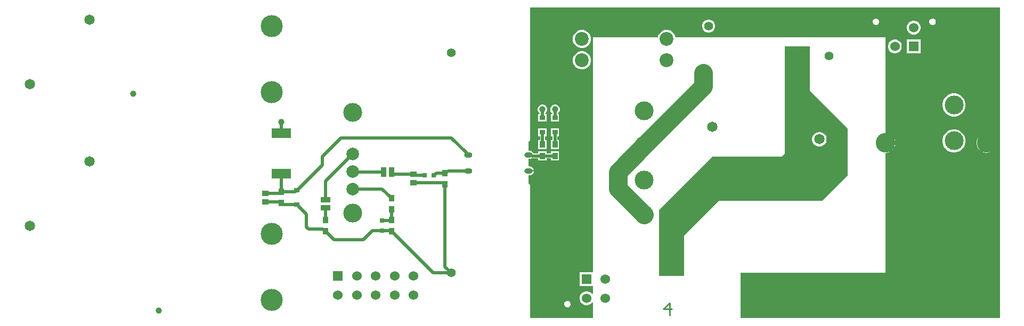
<source format=gbl>
G04*
G04 #@! TF.GenerationSoftware,Altium Limited,Altium Designer,24.3.1 (35)*
G04*
G04 Layer_Physical_Order=4*
G04 Layer_Color=16776960*
%FSLAX25Y25*%
%MOIN*%
G70*
G04*
G04 #@! TF.SameCoordinates,FD519535-7E5F-4FBF-A31B-089F6CA01B13*
G04*
G04*
G04 #@! TF.FilePolarity,Positive*
G04*
G01*
G75*
%ADD11C,0.00984*%
%ADD12C,0.01968*%
%ADD35C,0.12205*%
%ADD51R,0.12205X0.06299*%
%ADD52R,0.03543X0.03937*%
%ADD53R,0.03150X0.03150*%
%ADD63C,0.11811*%
%ADD64C,0.11811*%
%ADD65C,0.05512*%
%ADD66C,0.06496*%
%ADD67C,0.07874*%
%ADD68C,0.13780*%
%ADD69C,0.06000*%
%ADD70R,0.06000X0.06000*%
%ADD71C,0.08661*%
%ADD72C,0.36417*%
%ADD73C,0.03937*%
%ADD74O,0.05118X0.03543*%
%ADD75R,0.03543X0.03150*%
%ADD76R,0.02953X0.02756*%
%ADD77R,0.03937X0.03543*%
%ADD78R,0.03543X0.06496*%
%ADD79R,0.06496X0.03543*%
G36*
X627953Y261811D02*
X651575Y238189D01*
Y208661D01*
X635827Y192913D01*
X570866D01*
X549213Y171260D01*
Y145669D01*
X533464D01*
Y175197D01*
X533465Y187008D01*
X566929Y220472D01*
X610236D01*
X612205Y222441D01*
Y289370D01*
X627953D01*
Y261811D01*
D02*
G37*
G36*
X746827Y295276D02*
Y119314D01*
X584646D01*
Y147638D01*
X675197D01*
Y222933D01*
X675916D01*
X677095Y223168D01*
X678205Y223628D01*
X679205Y224295D01*
X680055Y225145D01*
X680723Y226145D01*
X681183Y227255D01*
X681417Y228434D01*
Y229637D01*
X681183Y230815D01*
X680723Y231926D01*
X680055Y232926D01*
X679205Y233775D01*
X678205Y234443D01*
X677095Y234903D01*
X675916Y235138D01*
X675197D01*
Y295276D01*
X543839D01*
X543573Y296268D01*
X542832Y297551D01*
X541784Y298600D01*
X540500Y299341D01*
X539068Y299724D01*
X537586D01*
X536154Y299341D01*
X534870Y298600D01*
X533822Y297551D01*
X533080Y296268D01*
X532815Y295276D01*
X492126D01*
Y148000D01*
X483890D01*
Y139402D01*
X492126D01*
Y134635D01*
X491749Y134534D01*
X491626Y134533D01*
X490829Y135330D01*
X489848Y135896D01*
X488755Y136189D01*
X487623D01*
X486530Y135896D01*
X485549Y135330D01*
X484749Y134529D01*
X484183Y133549D01*
X483890Y132456D01*
Y131324D01*
X484183Y130230D01*
X484749Y129250D01*
X485549Y128449D01*
X486530Y127884D01*
X487623Y127591D01*
X488755D01*
X489848Y127884D01*
X490829Y128449D01*
X491626Y129247D01*
X491749Y129246D01*
X492126Y129145D01*
Y119314D01*
X452756D01*
Y202756D01*
X452756D01*
X452073Y203439D01*
Y208740D01*
X452559D01*
X453283Y208835D01*
X453957Y209114D01*
X454536Y209559D01*
X454980Y210138D01*
X455259Y210812D01*
X455289Y211035D01*
X451772D01*
Y212035D01*
X455289D01*
X455259Y212259D01*
X454980Y212933D01*
X454536Y213512D01*
X453957Y213956D01*
X453283Y214236D01*
X452559Y214331D01*
X452073D01*
Y218954D01*
X452559D01*
X453227Y219042D01*
X453850Y219300D01*
X454005Y219420D01*
X454342Y219353D01*
X454342Y219353D01*
X458071D01*
Y218110D01*
X463189D01*
Y219353D01*
X465945D01*
Y218110D01*
X471063D01*
Y223622D01*
X465945D01*
Y222379D01*
X463189D01*
Y223622D01*
X458071D01*
Y222379D01*
X454979D01*
X454794Y222826D01*
X454384Y223361D01*
X453850Y223771D01*
X453227Y224029D01*
X452559Y224117D01*
X452073D01*
Y229632D01*
X452756Y230315D01*
Y313756D01*
X746827D01*
Y295276D01*
D02*
G37*
%LPC*%
G36*
X634457Y235846D02*
X633260D01*
X632103Y235537D01*
X631066Y234938D01*
X630220Y234091D01*
X629621Y233054D01*
X629311Y231898D01*
Y230701D01*
X629621Y229544D01*
X630220Y228507D01*
X631066Y227660D01*
X632103Y227062D01*
X633260Y226752D01*
X634457D01*
X635613Y227062D01*
X636650Y227660D01*
X637497Y228507D01*
X638096Y229544D01*
X638406Y230701D01*
Y231898D01*
X638096Y233054D01*
X637497Y234091D01*
X636650Y234938D01*
X635613Y235537D01*
X634457Y235846D01*
D02*
G37*
G36*
X705124Y306890D02*
X704325D01*
X703587Y306584D01*
X703022Y306019D01*
X702716Y305281D01*
Y304483D01*
X703022Y303745D01*
X703587Y303180D01*
X704325Y302874D01*
X705124D01*
X705862Y303180D01*
X706427Y303745D01*
X706732Y304483D01*
Y305281D01*
X706427Y306019D01*
X705862Y306584D01*
X705124Y306890D01*
D02*
G37*
G36*
X669691D02*
X668892D01*
X668154Y306584D01*
X667589Y306019D01*
X667283Y305281D01*
Y304483D01*
X667589Y303745D01*
X668154Y303180D01*
X668892Y302874D01*
X669691D01*
X670429Y303180D01*
X670994Y303745D01*
X671299Y304483D01*
Y305281D01*
X670994Y306019D01*
X670429Y306584D01*
X669691Y306890D01*
D02*
G37*
G36*
X565101Y306221D02*
X564033D01*
X563002Y305944D01*
X562077Y305410D01*
X561322Y304655D01*
X560788Y303731D01*
X560512Y302699D01*
Y301631D01*
X560788Y300600D01*
X561322Y299675D01*
X562077Y298920D01*
X563002Y298387D01*
X564033Y298110D01*
X565101D01*
X566132Y298387D01*
X567057Y298920D01*
X567812Y299675D01*
X568346Y300600D01*
X568622Y301631D01*
Y302699D01*
X568346Y303731D01*
X567812Y304655D01*
X567057Y305410D01*
X566132Y305944D01*
X565101Y306221D01*
D02*
G37*
G36*
X693479Y305480D02*
X692347D01*
X691254Y305187D01*
X690274Y304621D01*
X689473Y303821D01*
X688907Y302840D01*
X688614Y301747D01*
Y300615D01*
X688907Y299522D01*
X689473Y298541D01*
X690274Y297741D01*
X691254Y297175D01*
X692347Y296882D01*
X693479D01*
X694573Y297175D01*
X695553Y297741D01*
X696354Y298541D01*
X696920Y299522D01*
X697213Y300615D01*
Y301747D01*
X696920Y302840D01*
X696354Y303821D01*
X695553Y304621D01*
X694573Y305187D01*
X693479Y305480D01*
D02*
G37*
G36*
X486036Y299724D02*
X484554D01*
X483122Y299341D01*
X481838Y298600D01*
X480790Y297551D01*
X480049Y296268D01*
X479665Y294836D01*
Y293353D01*
X480049Y291921D01*
X480790Y290638D01*
X481838Y289589D01*
X483122Y288848D01*
X484554Y288465D01*
X486036D01*
X487468Y288848D01*
X488752Y289589D01*
X489800Y290638D01*
X490542Y291921D01*
X490925Y293353D01*
Y294836D01*
X490542Y296268D01*
X489800Y297551D01*
X488752Y298600D01*
X487468Y299341D01*
X486036Y299724D01*
D02*
G37*
G36*
X697213Y293669D02*
X688614D01*
Y285071D01*
X697213D01*
Y293669D01*
D02*
G37*
G36*
X681668D02*
X680536D01*
X679443Y293376D01*
X678463Y292810D01*
X677662Y292010D01*
X677096Y291030D01*
X676803Y289936D01*
Y288804D01*
X677096Y287711D01*
X677662Y286730D01*
X678463Y285930D01*
X679443Y285364D01*
X680536Y285071D01*
X681668D01*
X682762Y285364D01*
X683742Y285930D01*
X684543Y286730D01*
X685109Y287711D01*
X685402Y288804D01*
Y289936D01*
X685109Y291030D01*
X684543Y292010D01*
X683742Y292810D01*
X682762Y293376D01*
X681668Y293669D01*
D02*
G37*
G36*
X486036Y286339D02*
X484554D01*
X483122Y285955D01*
X481838Y285214D01*
X480790Y284166D01*
X480049Y282882D01*
X479665Y281450D01*
Y279967D01*
X480049Y278536D01*
X480790Y277252D01*
X481838Y276204D01*
X483122Y275462D01*
X484554Y275079D01*
X486036D01*
X487468Y275462D01*
X488752Y276204D01*
X489800Y277252D01*
X490542Y278536D01*
X490925Y279967D01*
Y281450D01*
X490542Y282882D01*
X489800Y284166D01*
X488752Y285214D01*
X487468Y285955D01*
X486036Y286339D01*
D02*
G37*
G36*
X718820Y259961D02*
X717401D01*
X716009Y259684D01*
X714698Y259141D01*
X713518Y258352D01*
X712514Y257349D01*
X711726Y256169D01*
X711182Y254857D01*
X710906Y253466D01*
Y252046D01*
X711182Y250654D01*
X711726Y249343D01*
X712514Y248163D01*
X713518Y247160D01*
X714698Y246371D01*
X716009Y245828D01*
X717401Y245551D01*
X718820D01*
X720212Y245828D01*
X721523Y246371D01*
X722703Y247160D01*
X723706Y248163D01*
X724495Y249343D01*
X725038Y250654D01*
X725315Y252046D01*
Y253466D01*
X725038Y254857D01*
X724495Y256169D01*
X723706Y257349D01*
X722703Y258352D01*
X721523Y259141D01*
X720212Y259684D01*
X718820Y259961D01*
D02*
G37*
G36*
X468895Y252969D02*
X468113D01*
X467358Y252766D01*
X466681Y252375D01*
X466128Y251823D01*
X465738Y251146D01*
X465535Y250391D01*
Y249609D01*
X465738Y248854D01*
X466128Y248177D01*
X466681Y247625D01*
X466815Y247547D01*
X466681Y247047D01*
X465945D01*
Y242323D01*
X471063D01*
Y247047D01*
X470327D01*
X470193Y247547D01*
X470327Y247625D01*
X470879Y248177D01*
X471270Y248854D01*
X471472Y249609D01*
Y250391D01*
X471270Y251146D01*
X470879Y251823D01*
X470327Y252375D01*
X469650Y252766D01*
X468895Y252969D01*
D02*
G37*
G36*
X461021D02*
X460239D01*
X459484Y252766D01*
X458807Y252375D01*
X458254Y251823D01*
X457864Y251146D01*
X457661Y250391D01*
Y249609D01*
X457864Y248854D01*
X458254Y248177D01*
X458807Y247625D01*
X458941Y247547D01*
X458807Y247047D01*
X458071D01*
Y242323D01*
X463189D01*
Y247047D01*
X462453D01*
X462319Y247547D01*
X462453Y247625D01*
X463005Y248177D01*
X463396Y248854D01*
X463598Y249609D01*
Y250391D01*
X463396Y251146D01*
X463005Y251823D01*
X462453Y252375D01*
X461776Y252766D01*
X461021Y252969D01*
D02*
G37*
G36*
X471063Y237992D02*
X465945D01*
Y233268D01*
X466991D01*
Y230709D01*
X465945D01*
Y225197D01*
X471063D01*
Y230709D01*
X470017D01*
Y233268D01*
X471063D01*
Y237992D01*
D02*
G37*
G36*
X463189D02*
X458071D01*
Y233268D01*
X459117D01*
Y230709D01*
X458071D01*
Y225197D01*
X463189D01*
Y230709D01*
X462143D01*
Y233268D01*
X463189D01*
Y237992D01*
D02*
G37*
G36*
X718820Y237520D02*
X717401D01*
X716009Y237243D01*
X714698Y236700D01*
X713518Y235911D01*
X712514Y234908D01*
X711726Y233728D01*
X711182Y232417D01*
X710906Y231025D01*
Y229605D01*
X711182Y228213D01*
X711726Y226902D01*
X712514Y225722D01*
X713518Y224719D01*
X714698Y223930D01*
X716009Y223387D01*
X717401Y223110D01*
X718820D01*
X720212Y223387D01*
X721523Y223930D01*
X722703Y224719D01*
X723706Y225722D01*
X724495Y226902D01*
X725038Y228213D01*
X725315Y229605D01*
Y231025D01*
X725038Y232417D01*
X724495Y233728D01*
X723706Y234908D01*
X722703Y235911D01*
X721523Y236700D01*
X720212Y237243D01*
X718820Y237520D01*
D02*
G37*
G36*
X739066Y235138D02*
X737863D01*
X736685Y234903D01*
X735574Y234443D01*
X734575Y233775D01*
X733724Y232926D01*
X733057Y231926D01*
X732597Y230815D01*
X732362Y229637D01*
Y228434D01*
X732597Y227255D01*
X733057Y226145D01*
X733724Y225145D01*
X734575Y224295D01*
X735574Y223628D01*
X736685Y223168D01*
X737863Y222933D01*
X739066D01*
X740244Y223168D01*
X741355Y223628D01*
X742355Y224295D01*
X743205Y225145D01*
X743872Y226145D01*
X744332Y227255D01*
X744567Y228434D01*
Y229637D01*
X744332Y230815D01*
X743872Y231926D01*
X743205Y232926D01*
X742355Y233775D01*
X741355Y234443D01*
X740244Y234903D01*
X739066Y235138D01*
D02*
G37*
G36*
X476777Y130197D02*
X475979D01*
X475241Y129891D01*
X474676Y129326D01*
X474370Y128588D01*
Y127790D01*
X474676Y127052D01*
X475241Y126487D01*
X475979Y126181D01*
X476777D01*
X477515Y126487D01*
X478080Y127052D01*
X478386Y127790D01*
Y128588D01*
X478080Y129326D01*
X477515Y129891D01*
X476777Y130197D01*
D02*
G37*
%LPD*%
D11*
X540353Y121063D02*
Y128935D01*
X536417Y124999D01*
X541665D01*
D12*
X468504Y244685D02*
Y250000D01*
X460630Y244685D02*
Y250000D01*
X468504Y227953D02*
Y235630D01*
X460630Y227953D02*
Y235630D01*
Y220866D02*
X468504D01*
X452073Y221234D02*
X453974D01*
X454342Y220866D02*
X460630D01*
X451772Y221535D02*
X452073Y221234D01*
X453974D02*
X454342Y220866D01*
X297244Y235236D02*
Y242126D01*
X366142Y180709D02*
Y187402D01*
X360354Y200276D02*
X365158Y195473D01*
X366142Y194488D02*
Y194685D01*
X341772Y200276D02*
X360354D01*
X365158Y195473D02*
X365354D01*
X366142Y194685D01*
X360236Y180315D02*
X365748D01*
X366142Y180709D01*
X324803D02*
Y188445D01*
Y205000D02*
X341772Y221969D01*
X324803Y193445D02*
Y205000D01*
Y173622D02*
Y173819D01*
X324016Y174606D02*
X324803Y173819D01*
X323819Y174606D02*
X324016D01*
X323228Y175197D02*
X323819Y174606D01*
X314145Y175197D02*
X323228D01*
X312992Y176350D02*
Y184449D01*
Y176350D02*
X314145Y175197D01*
X307874Y189567D02*
X312992Y184449D01*
X307087Y190354D02*
X307283D01*
X307874Y189764D01*
Y189567D02*
Y189764D01*
X297244Y191142D02*
Y191339D01*
Y191142D02*
X298031Y190354D01*
X307087D01*
X287402Y192224D02*
X296457D01*
X366142Y173425D02*
X366929Y172638D01*
X367126D01*
X366142Y173425D02*
Y173622D01*
X367126Y172638D02*
X392126Y147638D01*
X403543D01*
X360236Y174016D02*
X365748D01*
X366142Y173622D01*
X325787Y172638D02*
X330118Y168307D01*
X348702D01*
X354411Y174016D01*
X360236D01*
X399606Y151575D02*
Y203150D01*
Y151575D02*
X403543Y147638D01*
X379921Y204035D02*
X398819D01*
X342244Y210630D02*
X361142D01*
X341772Y211102D02*
X342244Y210630D01*
X366142Y210138D02*
Y210630D01*
X366929Y209350D02*
X379921D01*
X366142Y210138D02*
X366929Y209350D01*
X379921D02*
X380610Y208661D01*
X386910D01*
X392717D02*
X393110Y209055D01*
X394263Y210236D02*
X399606D01*
X393110Y209083D02*
X394263Y210236D01*
X393110Y209055D02*
Y209083D01*
X392618Y208661D02*
X392717D01*
X401547Y211535D02*
X414370D01*
X401232Y211221D02*
X401547Y211535D01*
X400394Y211221D02*
X401232D01*
X412795Y222749D02*
X414009Y221535D01*
X403622Y232283D02*
X412795Y223110D01*
X334646Y232283D02*
X403622D01*
X414009Y221535D02*
X414370D01*
X412795Y222749D02*
Y223110D01*
X322835Y220472D02*
X334646Y232283D01*
X322835Y215158D02*
Y220472D01*
X307283Y199409D02*
X307874Y200000D01*
Y200197D02*
X322835Y215158D01*
X307087Y199409D02*
X307283D01*
X307874Y200000D02*
Y200197D01*
X297244Y198425D02*
X305906D01*
X306890Y199409D01*
X307087D01*
X287402Y197539D02*
X296457D01*
X297244Y198425D02*
Y209646D01*
D35*
X738465Y229035D02*
D03*
X675315D02*
D03*
D51*
X297244Y235236D02*
D03*
Y209646D02*
D03*
D52*
X399606Y203150D02*
D03*
Y210236D02*
D03*
X366142Y187402D02*
D03*
Y194488D02*
D03*
Y173622D02*
D03*
Y180709D02*
D03*
X324803Y173622D02*
D03*
Y180709D02*
D03*
X297244Y191339D02*
D03*
Y198425D02*
D03*
X460630Y220866D02*
D03*
X468504D02*
D03*
Y227953D02*
D03*
X460630D02*
D03*
D53*
X360236Y174016D02*
D03*
Y180315D02*
D03*
D63*
X561417Y264409D02*
Y272638D01*
X524370Y227362D02*
X561417Y264409D01*
X524370Y227362D02*
Y227362D01*
X507874Y200551D02*
Y210866D01*
Y200551D02*
X524370Y184055D01*
X507874Y210866D02*
X524370Y227362D01*
D64*
X695669Y252756D02*
D03*
X718110D02*
D03*
X695669Y230315D02*
D03*
X718110D02*
D03*
X341772Y248031D02*
D03*
Y185039D02*
D03*
X524370Y249016D02*
D03*
Y227362D02*
D03*
Y205709D02*
D03*
Y184055D02*
D03*
D65*
X639764Y283465D02*
D03*
X620079D02*
D03*
X564567Y302165D02*
D03*
X561417Y272638D02*
D03*
X403543Y285433D02*
D03*
X462598D02*
D03*
X403543Y147638D02*
D03*
X462598D02*
D03*
D66*
X633858Y201772D02*
D03*
Y231299D02*
D03*
X566929Y209646D02*
D03*
Y239173D02*
D03*
X139764Y177165D02*
D03*
Y265748D02*
D03*
X177165Y217520D02*
D03*
Y306102D02*
D03*
D67*
X341772Y221969D02*
D03*
Y211102D02*
D03*
Y200276D02*
D03*
D68*
X291339Y172047D02*
D03*
Y301969D02*
D03*
Y260669D02*
D03*
Y130748D02*
D03*
D69*
X344488Y133858D02*
D03*
X356299D02*
D03*
X368110D02*
D03*
X332677D02*
D03*
X368110Y145669D02*
D03*
X356299D02*
D03*
X344488D02*
D03*
X379921D02*
D03*
Y133858D02*
D03*
X681102Y289370D02*
D03*
X692913Y301181D02*
D03*
X681102D02*
D03*
X500000Y143701D02*
D03*
X488189Y131890D02*
D03*
X500000D02*
D03*
D70*
X332677Y145669D02*
D03*
X692913Y289370D02*
D03*
X488189Y143701D02*
D03*
D71*
X538327Y280709D02*
D03*
Y294094D02*
D03*
X485295Y280709D02*
D03*
Y294094D02*
D03*
D72*
X728346Y295276D02*
D03*
Y137795D02*
D03*
D73*
X559055Y265748D02*
D03*
X564961D02*
D03*
X618110Y269685D02*
D03*
X624016D02*
D03*
X590551Y133858D02*
D03*
Y141732D02*
D03*
X545276Y149606D02*
D03*
X537402D02*
D03*
X596457Y133858D02*
D03*
Y141732D02*
D03*
X537402Y155512D02*
D03*
X545276D02*
D03*
X204724Y259842D02*
D03*
X220472Y124016D02*
D03*
X297244Y242126D02*
D03*
X468504Y250000D02*
D03*
X460630D02*
D03*
D74*
X451772Y211535D02*
D03*
Y221535D02*
D03*
X414370D02*
D03*
Y211535D02*
D03*
D75*
X468504Y244685D02*
D03*
Y235630D02*
D03*
X307087Y199409D02*
D03*
Y190354D02*
D03*
X460630Y235630D02*
D03*
Y244685D02*
D03*
D76*
X386910Y208661D02*
D03*
X392618D02*
D03*
D77*
X379921Y209350D02*
D03*
Y204035D02*
D03*
X287402Y192224D02*
D03*
Y197539D02*
D03*
D78*
X361142Y210630D02*
D03*
X366142D02*
D03*
D79*
X324803Y188445D02*
D03*
Y193445D02*
D03*
M02*

</source>
